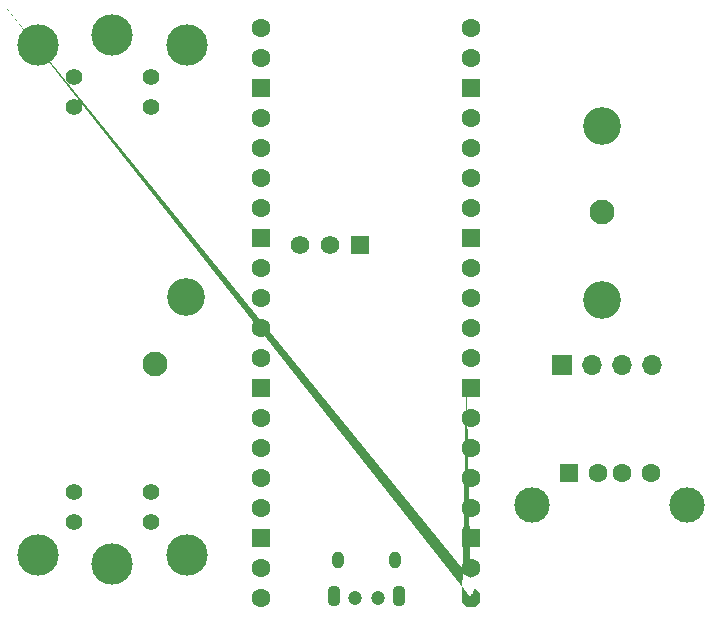
<source format=gbr>
%TF.GenerationSoftware,KiCad,Pcbnew,7.0.10-7.0.10~ubuntu22.04.1*%
%TF.CreationDate,2024-01-12T08:07:30-07:00*%
%TF.ProjectId,HIDHopper_ADB,48494448-6f70-4706-9572-5f4144422e6b,rev?*%
%TF.SameCoordinates,Original*%
%TF.FileFunction,Soldermask,Bot*%
%TF.FilePolarity,Negative*%
%FSLAX46Y46*%
G04 Gerber Fmt 4.6, Leading zero omitted, Abs format (unit mm)*
G04 Created by KiCad (PCBNEW 7.0.10-7.0.10~ubuntu22.04.1) date 2024-01-12 08:07:30*
%MOMM*%
%LPD*%
G01*
G04 APERTURE LIST*
G04 Aperture macros list*
%AMRoundRect*
0 Rectangle with rounded corners*
0 $1 Rounding radius*
0 $2 $3 $4 $5 $6 $7 $8 $9 X,Y pos of 4 corners*
0 Add a 4 corners polygon primitive as box body*
4,1,4,$2,$3,$4,$5,$6,$7,$8,$9,$2,$3,0*
0 Add four circle primitives for the rounded corners*
1,1,$1+$1,$2,$3*
1,1,$1+$1,$4,$5*
1,1,$1+$1,$6,$7*
1,1,$1+$1,$8,$9*
0 Add four rect primitives between the rounded corners*
20,1,$1+$1,$2,$3,$4,$5,0*
20,1,$1+$1,$4,$5,$6,$7,0*
20,1,$1+$1,$6,$7,$8,$9,0*
20,1,$1+$1,$8,$9,$2,$3,0*%
%AMFreePoly0*
4,1,58,0.281242,0.792533,0.314585,0.788777,0.324216,0.782725,0.335306,0.780194,0.361541,0.759271,0.389950,0.741421,0.741421,0.389950,0.759271,0.361541,0.780194,0.335306,0.782725,0.324216,0.788777,0.314585,0.792533,0.281242,0.800000,0.248529,0.800000,-0.248529,0.792533,-0.281242,0.788777,-0.314585,0.782725,-0.324216,0.780194,-0.335306,0.759271,-0.361541,0.741421,-0.389950,
0.389950,-0.741421,0.361541,-0.759271,0.335306,-0.780194,0.324216,-0.782725,0.314585,-0.788777,0.281242,-0.792533,0.248529,-0.800000,0.000000,-0.800000,-0.248529,-0.800000,-0.281242,-0.792533,-0.314585,-0.788777,-0.324216,-0.782725,-0.335306,-0.780194,-0.361541,-0.759271,-0.389950,-0.741421,-0.741421,-0.389950,-0.759271,-0.361541,-0.780194,-0.335306,-0.782725,-0.324216,-0.788777,-0.314585,
-0.792533,-0.281242,-0.800000,-0.248529,-0.800000,0.248529,-0.792533,0.281242,-0.788777,0.314585,-0.782725,0.324216,-0.780194,0.335306,-0.759271,0.361541,-0.741421,0.389950,-0.389950,0.741421,-0.361541,0.759271,-0.335306,0.780194,-0.324216,0.782725,-0.314585,0.788777,-0.281242,0.792533,-0.248529,0.800000,0.248529,0.800000,0.281242,0.792533,0.281242,0.792533,$1*%
G04 Aperture macros list end*
%ADD10C,1.410000*%
%ADD11C,3.500000*%
%ADD12C,3.200000*%
%ADD13C,2.100000*%
%ADD14O,1.100000X1.800000*%
%ADD15O,1.050000X1.450000*%
%ADD16FreePoly0,180.000000*%
%ADD17C,1.600000*%
%ADD18RoundRect,0.200000X0.600000X0.600000X-0.600000X0.600000X-0.600000X-0.600000X0.600000X-0.600000X0*%
%ADD19R,1.574800X1.574800*%
%ADD20C,1.574800*%
%ADD21C,1.200000*%
%ADD22R,1.600000X1.500000*%
%ADD23C,3.000000*%
%ADD24R,1.700000X1.700000*%
%ADD25O,1.700000X1.700000*%
G04 APERTURE END LIST*
D10*
%TO.C,J3*%
X139300000Y-109280000D03*
X145820000Y-109280000D03*
X139300000Y-106740000D03*
X145820000Y-106740000D03*
D11*
X136260000Y-112050000D03*
X142560000Y-112850000D03*
X148860000Y-112050000D03*
%TD*%
D10*
%TO.C,J6*%
X145820000Y-71620000D03*
X139300000Y-71620000D03*
X145820000Y-74160000D03*
X139300000Y-74160000D03*
D11*
X148860000Y-68850000D03*
X142560000Y-68050000D03*
X136260000Y-68850000D03*
%TD*%
D12*
%TO.C,H3*%
X184000000Y-90460000D03*
%TD*%
D13*
%TO.C,REF\u002A\u002A*%
X146180000Y-95890000D03*
%TD*%
D14*
%TO.C,RP1*%
X166805000Y-115540000D03*
D15*
X166505000Y-112510000D03*
X161655000Y-112510000D03*
D14*
X161355000Y-115540000D03*
D16*
X172970000Y-115670000D03*
D17*
X172970000Y-113130000D03*
D18*
X172970000Y-110590000D03*
D17*
X172970000Y-108050000D03*
X172970000Y-105510000D03*
X172970000Y-102970000D03*
X172970000Y-100430000D03*
D18*
X172970000Y-97890000D03*
D17*
X172970000Y-95350000D03*
X172970000Y-92810000D03*
X172970000Y-90270000D03*
X172970000Y-87730000D03*
D18*
X172970000Y-85190000D03*
D17*
X172970000Y-82650000D03*
X172970000Y-80110000D03*
X172970000Y-77570000D03*
X172970000Y-75030000D03*
D18*
X172970000Y-72490000D03*
D17*
X172970000Y-69950000D03*
X172970000Y-67410000D03*
X155190000Y-67410000D03*
X155190000Y-69950000D03*
D18*
X155190000Y-72490000D03*
D17*
X155190000Y-75030000D03*
X155190000Y-77570000D03*
X155190000Y-80110000D03*
X155190000Y-82650000D03*
D18*
X155190000Y-85190000D03*
D17*
X155190000Y-87730000D03*
X155190000Y-90270000D03*
X155190000Y-92810000D03*
X155190000Y-95350000D03*
D18*
X155190000Y-97890000D03*
D17*
X155190000Y-100430000D03*
X155190000Y-102970000D03*
X155190000Y-105510000D03*
X155190000Y-108050000D03*
D18*
X155190000Y-110590000D03*
D17*
X155190000Y-113130000D03*
X155190000Y-115670000D03*
D19*
X163495800Y-85840000D03*
D20*
X160955800Y-85840000D03*
X158415800Y-85840000D03*
D21*
X163090000Y-115730000D03*
X165090000Y-115730000D03*
%TD*%
D12*
%TO.C,H2*%
X148800000Y-90250000D03*
%TD*%
D13*
%TO.C,REF\u002A\u002A*%
X184000000Y-82980000D03*
%TD*%
D12*
%TO.C,H1*%
X184000000Y-75770000D03*
%TD*%
D22*
%TO.C,J10*%
X181190000Y-105100000D03*
D17*
X183690000Y-105100000D03*
X185690000Y-105100000D03*
X188190000Y-105100000D03*
D23*
X178120000Y-107810000D03*
X191260000Y-107810000D03*
%TD*%
D24*
%TO.C,J1*%
X180630000Y-95950000D03*
D25*
X183170000Y-95950000D03*
X185710000Y-95950000D03*
X188250000Y-95950000D03*
%TD*%
M02*

</source>
